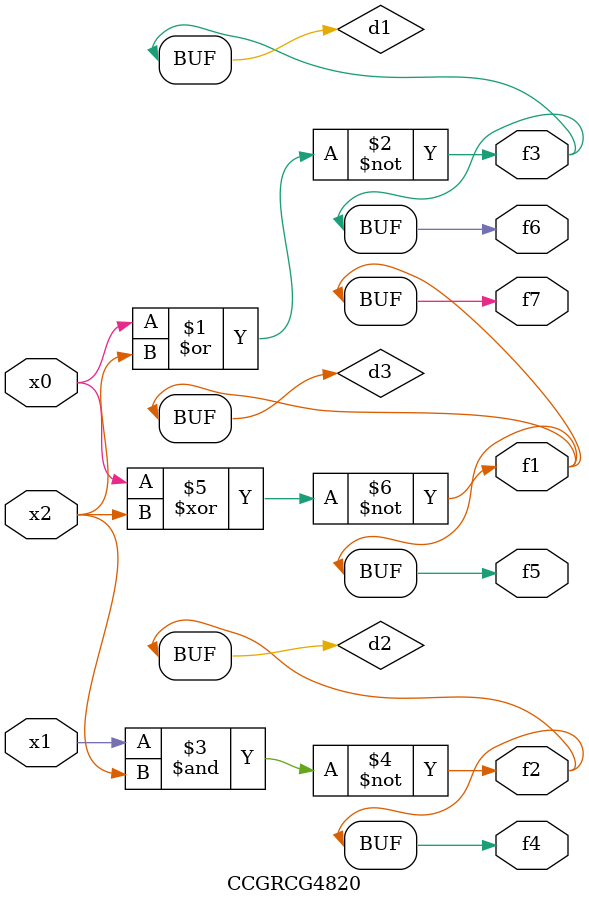
<source format=v>
module CCGRCG4820(
	input x0, x1, x2,
	output f1, f2, f3, f4, f5, f6, f7
);

	wire d1, d2, d3;

	nor (d1, x0, x2);
	nand (d2, x1, x2);
	xnor (d3, x0, x2);
	assign f1 = d3;
	assign f2 = d2;
	assign f3 = d1;
	assign f4 = d2;
	assign f5 = d3;
	assign f6 = d1;
	assign f7 = d3;
endmodule

</source>
